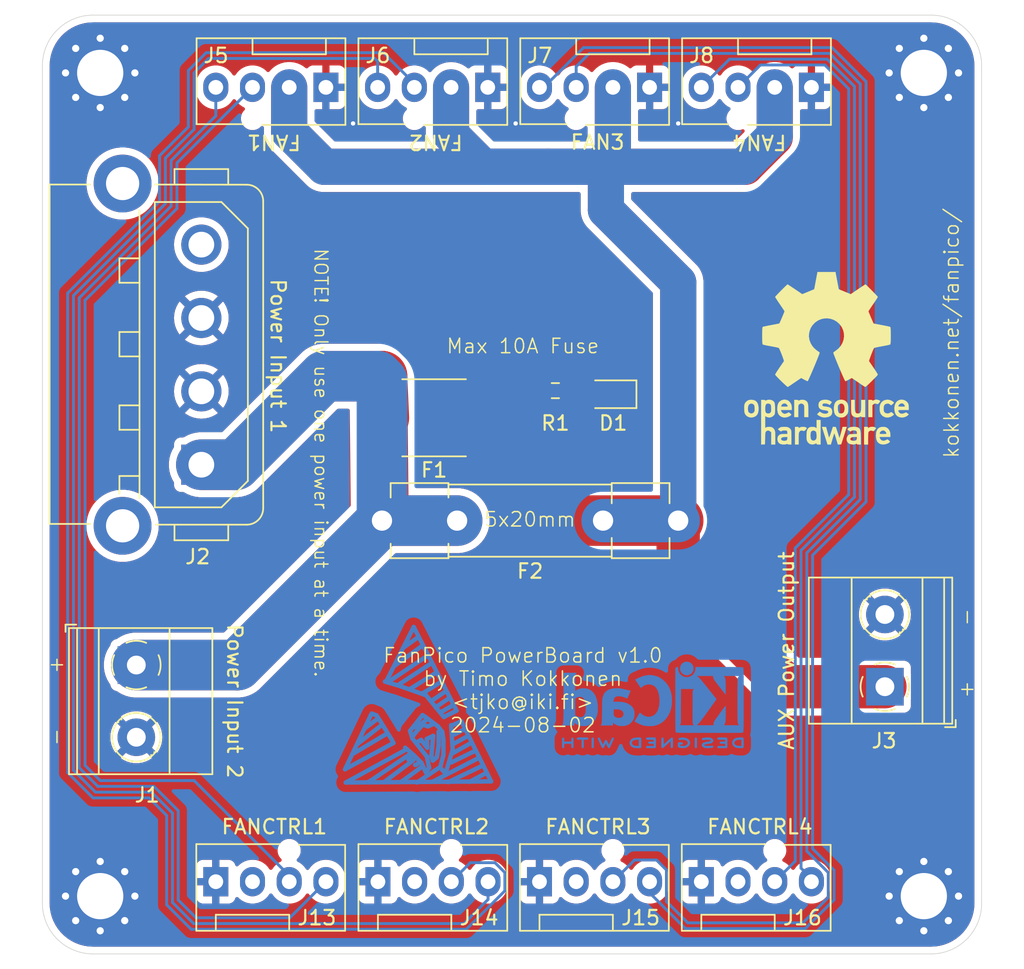
<source format=kicad_pcb>
(kicad_pcb (version 20240108) (generator "pcbnew") (generator_version "8.0")
  (layers (0 "F.Cu" signal) (31 "B.Cu" signal) (34 "B.Paste" user) (35 "F.Paste" user) (36 "B.SilkS" user "B.Silkscreen") (37 "F.SilkS" user "F.Silkscreen") (38 "B.Mask" user) (39 "F.Mask" user) (44 "Edge.Cuts" user))
  (net 0 "")
  (net 1 "GND")
  (net 2 "Net-(D1-A)")
  (net 3 "PWR")
  (net 4 "12V")
  (net 6 "PWM1")
  (net 7 "TACHO1")
  (net 8 "PWM2")
  (net 9 "TACHO2")
  (net 10 "TACHO3")
  (net 11 "PWM3")
  (net 12 "PWM4")
  (net 13 "TACHO4")
  (footprint "MountingHole:MountingHole_3.2mm_M3_Pad_Via" (layer "F.Cu") (at 111 69)
    (property "Reference" "H1")
    (property "Value" "MountingHole_Pad")
  )
  (footprint "MountingHole:MountingHole_3.2mm_M3_Pad_Via" (layer "F.Cu") (at 168 69)
    (property "Reference" "H2")
    (property "Value" "MountingHole_Pad")
  )
  (footprint "TerminalBlock_Phoenix:TerminalBlock_Phoenix_MKDS-1,5-2_1x02_P5.00mm_Horizontal" (layer "F.Cu") (at 113.5 110 -90)
    (property "Reference" "J1")
    (property "Value" "Power Input 2")
  )
  (footprint "Connector:FanPinHeader_1x04_P2.54mm_Vertical" (layer "F.Cu") (at 119 125)
    (property "Reference" "J13")
    (property "Value" "FANCTRL1")
  )
  (footprint "FanPico:TE_MATE-N-LOK_350211-1_1x04_P5.08mm_Vertical_and_RightAngle" (layer "F.Cu") (at 118 96.13 90)
    (property "Reference" "J2")
    (property "Value" "Power Input 1")
  )
  (footprint "Resistor_SMD:R_0603_1608Metric_Pad0.98x0.95mm_HandSolder" (layer "F.Cu") (at 142.5 91)
    (property "Reference" "R1")
    (property "Value" "49.9K")
  )
  (footprint "Connector:FanPinHeader_1x04_P2.54mm_Vertical" (layer "F.Cu") (at 149.02 70 180)
    (property "Reference" "J7")
    (property "Value" "FAN3")
  )
  (footprint "Connector:FanPinHeader_1x04_P2.54mm_Vertical" (layer "F.Cu") (at 141.4 125)
    (property "Reference" "J15")
    (property "Value" "FANCTRL3")
  )
  (footprint "Connector:FanPinHeader_1x04_P2.54mm_Vertical" (layer "F.Cu") (at 152.6 125)
    (property "Reference" "J16")
    (property "Value" "FANCTRL4")
  )
  (footprint "MountingHole:MountingHole_3.2mm_M3_Pad_Via" (layer "F.Cu") (at 111 126)
    (property "Reference" "H4")
    (property "Value" "MountingHole_Pad")
  )
  (footprint "TerminalBlock_Phoenix:TerminalBlock_Phoenix_MKDS-1,5-2_1x02_P5.00mm_Horizontal" (layer "F.Cu") (at 165.305 111.5 90)
    (property "Reference" "J3")
    (property "Value" "AUX Power Output")
  )
  (footprint "Connector:FanPinHeader_1x04_P2.54mm_Vertical" (layer "F.Cu") (at 130.22 125)
    (property "Reference" "J14")
    (property "Value" "FANCTRL2")
  )
  (footprint "Connector:FanPinHeader_1x04_P2.54mm_Vertical" (layer "F.Cu") (at 160.22 70 180)
    (property "Reference" "J8")
    (property "Value" "FAN4")
  )
  (footprint "Connector:FanPinHeader_1x04_P2.54mm_Vertical" (layer "F.Cu") (at 126.62 70 180)
    (property "Reference" "J5")
    (property "Value" "FAN1")
  )
  (footprint "Fuse:Fuse_2920_7451Metric_Pad2.10x5.45mm_HandSolder" (layer "F.Cu") (at 134.105 92.88)
    (property "Reference" "F1")
    (property "Value" "Polyfuse 10A")
  )
  (footprint "FanPico:Fuseholder_Clip-5x20mm_Littelfuse_445-030_Inline_P20.50x5.20mm_D1.30mm_Horizontal" (layer "F.Cu") (at 130.5 100)
    (property "Reference" "F2")
    (property "Value" "10A")
  )
  (footprint "Diode_SMD:D_0805_2012Metric_Pad1.15x1.40mm_HandSolder" (layer "F.Cu") (at 146.25 91.25 180)
    (property "Reference" "D1")
    (property "Value" "LED")
  )
  (footprint "Connector:FanPinHeader_1x04_P2.54mm_Vertical" (layer "F.Cu") (at 137.82 70 180)
    (property "Reference" "J6")
    (property "Value" "FAN2")
  )
  (footprint "Symbol:OSHW-Logo_11.4x12mm_SilkScreen" (layer "F.Cu") (at 161.25 88.75)
    (property "Reference" "REF**" (hide yes))
    (property "Value" "OSHW-Logo_11.4x12mm_SilkScreen" (hide yes))
  )
  (footprint "MountingHole:MountingHole_3.2mm_M3_Pad_Via" (layer "F.Cu") (at 168 126)
    (property "Reference" "H3")
    (property "Value" "MountingHole_Pad")
  )
  (footprint "Symbol:Symbol_ESD-Logo_CopperTop" (layer "B.Cu") (at 132.90475 114.7439 180)
    (property "Reference" "REF**")
    (property "Value" "Symbol_ESD-Logo_CopperTop")
  )
  (footprint "Symbol:KiCad-Logo2_5mm_Copper" (layer "B.Cu") (at 149.25 112.75 180)
    (property "Reference" "REF**" (hide yes))
    (property "Value" "KiCad-Logo2_5mm_Copper" (hide yes))
  )
  (gr_arc (start 107 68.5) (mid 108.025126 66.025126) (end 110.5 65) (stroke (width 0.05)) (layer "Edge.Cuts"))
  (gr_arc (start 110.5 130) (mid 108.025126 128.974874) (end 107 126.5) (stroke (width 0.05)) (layer "Edge.Cuts"))
  (gr_line (start 107 126.5) (end 107 68.5) (stroke (width 0.05)) (layer "Edge.Cuts"))
  (gr_line (start 168.5 130) (end 110.5 130) (stroke (width 0.05)) (layer "Edge.Cuts"))
  (gr_arc (start 168.5 65) (mid 170.974874 66.025126) (end 172 68.5) (stroke (width 0.05)) (layer "Edge.Cuts"))
  (gr_line (start 110.5 65) (end 168.5 65) (stroke (width 0.05)) (layer "Edge.Cuts"))
  (gr_arc (start 172 126.5) (mid 170.974874 128.974874) (end 168.5 130) (stroke (width 0.05)) (layer "Edge.Cuts"))
  (gr_line (start 172 68.5) (end 172 126.5) (stroke (width 0.05)) (layer "Edge.Cuts"))
  (gr_text "NOTE! Only use one power input at a time.\n" (at 125.75 96 270) (layer "F.SilkS") (effects (font (size 0.9 0.9) (thickness 0.1)) (justify bottom)))
  (gr_text "Max 10A Fuse" (at 140.25 88.5 0) (layer "F.SilkS") (effects (font (size 1 1) (thickness 0.1)) (justify bottom)))
  (gr_text "FanPico PowerBoard v1.0\nby Timo Kokkonen\n<tjko@iki.fi>\n2024-08-02\n" (at 140.25 114.75 0) (layer "F.SilkS") (effects (font (size 1 1) (thickness 0.1)) (justify bottom)))
  (gr_text "-" (at 170.5 106 270) (layer "F.SilkS") (effects (font (size 1 1) (thickness 0.1)) (justify left bottom)))
  (gr_text "kokkonen.net/fanpico/" (at 170.5 95.75 90) (layer "F.SilkS") (effects (font (size 1 1) (thickness 0.1)) (justify left bottom)))
  (gr_text "+" (at 170.5 111 270) (layer "F.SilkS") (effects (font (size 1 1) (thickness 0.1)) (justify left bottom)))
  (gr_text "5x20mm" (at 137.5 100.5 0) (layer "F.SilkS") (effects (font (size 1 1) (thickness 0.1)) (justify left bottom)))
  (gr_text "+" (at 107.5 109.3 -90) (layer "F.SilkS") (effects (font (size 1 1) (thickness 0.1)) (justify left bottom)))
  (gr_text "-" (at 107.5 114.3 -90) (layer "F.SilkS") (effects (font (size 1 1) (thickness 0.1)) (justify left bottom)))
  (via (at 139.75 72.5) (size 0.6) (drill 0.3) (layers "F.Cu" "B.Cu") (net 1))
  (via (at 151 72.5) (size 0.6) (drill 0.3) (layers "F.Cu" "B.Cu") (net 1))
  (via (at 128.5 72.5) (size 0.6) (drill 0.3) (layers "F.Cu" "B.Cu") (net 1))
  (segment (start 144.975 91) (end 145.225 91.25) (width 0.2) (layer "F.Cu") (net 2))
  (segment (start 143.4125 91) (end 144.975 91) (width 0.2) (layer "F.Cu") (net 2))
  (segment (start 142 75.5) (end 144.5 75.5) (width 2.5) (layer "F.Cu") (net 3))
  (segment (start 146 75.5) (end 146 78.5) (width 2.5) (layer "F.Cu") (net 3))
  (segment (start 141.5875 91) (end 139.46 91) (width 0.2) (layer "F.Cu") (net 3))
  (segment (start 146 78.5) (end 151 83.5) (width 2.5) (layer "F.Cu") (net 3))
  (segment (start 126.5 75.5) (end 137.5 75.5) (width 2.5) (layer "F.Cu") (net 3))
  (segment (start 146 75.5) (end 155.65 75.5) (width 2.5) (layer "F.Cu") (net 3))
  (segment (start 143 100) (end 137.58 94.58) (width 3.5) (layer "F.Cu") (net 3))
  (segment (start 151 104) (end 151 100) (width 3) (layer "F.Cu") (net 3))
  (segment (start 151 100) (end 143 100) (width 3.5) (layer "F.Cu") (net 3))
  (segment (start 135.28 73.28) (end 137.5 75.5) (width 2.5) (layer "F.Cu") (net 3))
  (segment (start 146.48 75.02) (end 146 75.5) (width 2.5) (layer "F.Cu") (net 3))
  (segment (start 124.08 70) (end 124.08 73.08) (width 2.5) (layer "F.Cu") (net 3))
  (segment (start 144.5 75.5) (end 146 75.5) (width 2.5) (layer "F.Cu") (net 3))
  (segment (start 139.46 91) (end 137.58 92.88) (width 0.2) (layer "F.Cu") (net 3))
  (segment (start 137.58 94.58) (end 137.6 90.1) (width 3.5) (layer "F.Cu") (net 3))
  (segment (start 155.65 75.5) (end 157.68 73.47) (width 2.5) (layer "F.Cu") (net 3))
  (segment (start 137.5 75.5) (end 142 75.5) (width 2.5) (layer "F.Cu") (net 3))
  (segment (start 135.28 70) (end 135.28 73.28) (width 2.5) (layer "F.Cu") (net 3))
  (segment (start 146.48 70) (end 146.48 75.02) (width 2.5) (layer "F.Cu") (net 3))
  (segment (start 124.08 73.08) (end 126.5 75.5) (width 2.5) (layer "F.Cu") (net 3))
  (segment (start 158.5 111.5) (end 151 104) (width 3) (layer "F.Cu") (net 3))
  (segment (start 151 83.5) (end 151 100) (width 2.5) (layer "F.Cu") (net 3))
  (segment (start 165.305 111.5) (end 158.5 111.5) (width 3) (layer "F.Cu") (net 3))
  (segment (start 157.68 73.47) (end 157.68 70) (width 2.5) (layer "F.Cu") (net 3))
  (segment (start 137.5 75.5) (end 145.5 75.5) (width 2.5) (layer "B.Cu") (net 3))
  (segment (start 135.28 70) (end 135.28 73.28) (width 2.5) (layer "B.Cu") (net 3))
  (segment (start 155.5 75.5) (end 126.5 75.5) (width 2.5) (layer "B.Cu") (net 3))
  (segment (start 146 76) (end 145.5 75.5) (width 2.5) (layer "B.Cu") (net 3))
  (segment (start 151 100) (end 145.8 100) (width 3) (layer "B.Cu") (net 3))
  (segment (start 146 78.5) (end 146 76) (width 2.5) (layer "B.Cu") (net 3))
  (segment (start 126.5 75.5) (end 124.08 73.08) (width 2.5) (layer "B.Cu") (net 3))
  (segment (start 157.68 73.32) (end 155.5 75.5) (width 2.5) (layer "B.Cu") (net 3))
  (segment (start 145.5 75.5) (end 146.48 74.52) (width 2.5) (layer "B.Cu") (net 3))
  (segment (start 146.48 74.52) (end 146.48 70) (width 2.5) (layer "B.Cu") (net 3))
  (segment (start 124.08 73.08) (end 124.08 70) (width 2.5) (layer "B.Cu") (net 3))
  (segment (start 151 100) (end 151 83.5) (width 2.5) (layer "B.Cu") (net 3))
  (segment (start 157.68 70) (end 157.68 73.32) (width 2.5) (layer "B.Cu") (net 3))
  (segment (start 151 83.5) (end 146 78.5) (width 2.5) (layer "B.Cu") (net 3))
  (segment (start 135.28 73.28) (end 137.5 75.5) (width 2.5) (layer "B.Cu") (net 3))
  (segment (start 130.5 90) (end 126.5 90) (width 3.5) (layer "F.Cu") (net 4))
  (segment (start 130.5 90) (end 130.63 92.88) (width 3.5) (layer "F.Cu") (net 4))
  (segment (start 130.5 100) (end 130.6 99.9) (width 3.5) (layer "F.Cu") (net 4))
  (segment (start 126.5 90) (end 120.37 96.13) (width 3.5) (layer "F.Cu") (net 4))
  (segment (start 120.5 110) (end 113.5 110) (width 3.5) (layer "F.Cu") (net 4))
  (segment (start 130.6 99.9) (end 130.5 90) (width 3.5) (layer "F.Cu") (net 4))
  (segment (start 120.37 96.13) (end 118 96.13) (width 3.5) (layer "F.Cu") (net 4))
  (segment (start 130.5 100) (end 120.5 110) (width 3.5) (layer "F.Cu") (net 4))
  (segment (start 135.7 100) (end 130.5 100) (width 3.5) (layer "F.Cu") (net 4))
  (segment (start 130.5 100) (end 135.7 100) (width 3.5) (layer "B.Cu") (net 4))
  (segment (start 130.5 100) (end 130.5 90.32) (width 3.5) (layer "B.Cu") (net 4))
  (segment (start 130.5 90.32) (end 130.18 90) (width 3.5) (layer "B.Cu") (net 4))
  (segment (start 120.5 110) (end 113.5 110) (width 3.5) (layer "B.Cu") (net 4))
  (segment (start 120.37 96.13) (end 118 96.13) (width 3.5) (layer "B.Cu") (net 4))
  (segment (start 126.5 90) (end 120.37 96.13) (width 3.5) (layer "B.Cu") (net 4))
  (segment (start 130.5 100) (end 120.5 110) (width 3.5) (layer "B.Cu") (net 4))
  (segment (start 130.18 90) (end 126.5 90) (width 3.5) (layer "B.Cu") (net 4))
  (segment (start 116.4 120.084314) (end 114.715686 118.4) (width 0.2) (layer "B.Cu") (net 6))
  (segment (start 114.715686 118.4) (end 110.834314 118.4) (width 0.2) (layer "B.Cu") (net 6))
  (segment (start 109.55 117.115686) (end 109.55 84.581372) (width 0.2) (layer "B.Cu") (net 6))
  (segment (start 109.55 84.581372) (end 115.91 78.221372) (width 0.2) (layer "B.Cu") (net 6))
  (segment (start 110.834314 118.4) (end 109.55 117.115686) (width 0.2) (layer "B.Cu") (net 6))
  (segment (start 126.62 125) (end 124.12 127.5) (width 0.2) (layer "B.Cu") (net 6))
  (segment (start 116.4 126.268628) (end 116.4 120.084314) (width 0.2) (layer "B.Cu") (net 6))
  (segment (start 115.91 78.221372) (end 115.91 75.064314) (width 0.2) (layer "B.Cu") (net 6))
  (segment (start 119 71.974314) (end 119 70) (width 0.2) (layer "B.Cu") (net 6))
  (segment (start 124.12 127.5) (end 117.631372 127.5) (width 0.2) (layer "B.Cu") (net 6))
  (segment (start 117.631372 127.5) (end 116.4 126.268628) (width 0.2) (layer "B.Cu") (net 6))
  (segment (start 115.91 75.064314) (end 119 71.974314) (width 0.2) (layer "B.Cu") (net 6))
  (segment (start 109.95 84.747058) (end 109.95 116.95) (width 0.2) (layer "B.Cu") (net 7))
  (segment (start 116.31 78.387058) (end 109.95 84.747058) (width 0.2) (layer "B.Cu") (net 7))
  (segment (start 116.31 75.23) (end 116.31 78.387058) (width 0.2) (layer "B.Cu") (net 7))
  (segment (start 117.5 118) (end 124.08 124.58) (width 0.2) (layer "B.Cu") (net 7))
  (segment (start 124.08 124.58) (end 124.08 125) (width 0.2) (layer "B.Cu") (net 7))
  (segment (start 109.95 116.95) (end 111 118) (width 0.2) (layer "B.Cu") (net 7))
  (segment (start 111 118) (end 117.5 118) (width 0.2) (layer "B.Cu") (net 7))
  (segment (start 121.54 70) (end 116.31 75.23) (width 0.2) (layer "B.Cu") (net 7))
  (segment (start 137.84 126.231873) (end 137.84 125) (width 0.2) (layer "B.Cu") (net 8))
  (segment (start 117.465686 127.9) (end 136.171873 127.9) (width 0.2) (layer "B.Cu") (net 8))
  (segment (start 116 126.434314) (end 117.465686 127.9) (width 0.2) (layer "B.Cu") (net 8))
  (segment (start 117.5 72.908628) (end 115.51 74.898628) (width 0.2) (layer "B.Cu") (net 8))
  (segment (start 130.2 70) (end 130.2 68.2) (width 0.2) (layer "B.Cu") (net 8))
  (segment (start 130.2 68.2) (end 130 68) (width 0.2) (layer "B.Cu") (net 8))
  (segment (start 109.15 117.281372) (end 110.668628 118.8) (width 0.2) (layer "B.Cu") (net 8))
  (segment (start 115.51 78.055686) (end 109.15 84.415686) (width 0.2) (layer "B.Cu") (net 8))
  (segment (start 118.5 68) (end 117.5 69) (width 0.2) (layer "B.Cu") (net 8))
  (segment (start 115.51 74.898628) (end 115.51 78.055686) (width 0.2) (layer "B.Cu") (net 8))
  (segment (start 114.55 118.8) (end 116 120.25) (width 0.2) (layer "B.Cu") (net 8))
  (segment (start 110.668628 118.8) (end 114.55 118.8) (width 0.2) (layer "B.Cu") (net 8))
  (segment (start 136.171873 127.9) (end 137.84 126.231873) (width 0.2) (layer "B.Cu") (net 8))
  (segment (start 117.5 69) (end 117.5 72.908628) (width 0.2) (layer "B.Cu") (net 8))
  (segment (start 109.15 84.415686) (end 109.15 117.281372) (width 0.2) (layer "B.Cu") (net 8))
  (segment (start 116 120.25) (end 116 126.434314) (width 0.2) (layer "B.Cu") (net 8))
  (segment (start 130 68) (end 118.5 68) (width 0.2) (layer "B.Cu") (net 8))
  (segment (start 132.74 70) (end 132.74 69.74) (width 0.2) (layer "B.Cu") (net 9))
  (segment (start 132.74 69.74) (end 130.6 67.6) (width 0.2) (layer "B.Cu") (net 9))
  (segment (start 136.337559 128.3) (end 139.005 125.632559) (width 0.2) (layer "B.Cu") (net 9))
  (segment (start 110.502942 119.2) (end 114.384314 119.2) (width 0.2) (layer "B.Cu") (net 9))
  (segment (start 108.75 84.25) (end 108.75 117.447058) (width 0.2) (layer "B.Cu") (net 9))
  (segment (start 114.384314 119.2) (end 115.6 120.415686) (width 0.2) (layer "B.Cu") (net 9))
  (segment (start 115.11 77.89) (end 108.75 84.25) (width 0.2) (layer "B.Cu") (net 9))
  (segment (start 138.322559 123.685) (end 136.615 123.685) (width 0.2) (layer "B.Cu") (net 9))
  (segment (start 130.6 67.6) (end 118.334314 67.6) (width 0.2) (layer "B.Cu") (net 9))
  (segment (start 139.005 124.367441) (end 138.322559 123.685) (width 0.2) (layer "B.Cu") (net 9))
  (segment (start 117.1 72.742942) (end 115.11 74.732942) (width 0.2) (layer "B.Cu") (net 9))
  (segment (start 139.005 125.632559) (end 139.005 124.367441) (width 0.2) (layer "B.Cu") (net 9))
  (segment (start 136.615 123.685) (end 135.3 125) (width 0.2) (layer "B.Cu") (net 9))
  (segment (start 115.11 74.732942) (end 115.11 77.89) (width 0.2) (layer "B.Cu") (net 9))
  (segment (start 108.75 117.447058) (end 110.502942 119.2) (width 0.2) (layer "B.Cu") (net 9))
  (segment (start 115.6 120.415686) (end 115.6 126.6) (width 0.2) (layer "B.Cu") (net 9))
  (segment (start 117.1 68.834314) (end 117.1 72.742942) (width 0.2) (layer "B.Cu") (net 9))
  (segment (start 117.3 128.3) (end 136.337559 128.3) (width 0.2) (layer "B.Cu") (net 9))
  (segment (start 115.6 126.6) (end 117.3 128.3) (width 0.2) (layer "B.Cu") (net 9))
  (segment (start 118.334314 67.6) (end 117.1 68.834314) (width 0.2) (layer "B.Cu") (net 9))
  (segment (start 150.185 124.185) (end 149.5 123.5) (width 0.2) (layer "B.Cu") (net 10))
  (segment (start 143.94 70) (end 143.94 68.56) (width 0.2) (layer "B.Cu") (net 10))
  (segment (start 151.665686 127.85) (end 150.185 126.369314) (width 0.2) (layer "B.Cu") (net 10))
  (segment (start 161.385 124.367441) (end 161.385 126.090937) (width 0.2) (layer "B.Cu") (net 10))
  (segment (start 147.98 123.5) (end 146.48 125) (width 0.2) (layer "B.Cu") (net 10))
  (segment (start 143.94 68.56) (end 144.85 67.65) (width 0.2) (layer "B.Cu") (net 10))
  (segment (start 150.185 126.369314) (end 150.185 124.185) (width 0.2) (layer "B.Cu") (net 10))
  (segment (start 149.5 123.5) (end 147.98 123.5) (width 0.2) (layer "B.Cu") (net 10))
  (segment (start 163.6 98.531372) (end 159.9 102.231372) (width 0.2) (layer "B.Cu") (net 10))
  (segment (start 144.85 67.65) (end 161.481372 67.65) (width 0.2) (layer "B.Cu") (net 10))
  (segment (start 159.625937 127.85) (end 151.665686 127.85) (width 0.2) (layer "B.Cu") (net 10))
  (segment (start 163.6 69.768628) (end 163.6 98.531372) (width 0.2) (layer "B.Cu") (net 10))
  (segment (start 161.385 126.090937) (end 159.625937 127.85) (width 0.2) (layer "B.Cu") (net 10))
  (segment (start 161.481372 67.65) (end 163.6 69.768628) (width 0.2) (layer "B.Cu") (net 10))
  (segment (start 159.9 122.882441) (end 161.385 124.367441) (width 0.2) (layer "B.Cu") (net 10))
  (segment (start 159.9 102.231372) (end 159.9 122.882441) (width 0.2) (layer "B.Cu") (net 10))
  (segment (start 141.4 70) (end 141.7 70) (width 0.2) (layer "B.Cu") (net 11))
  (segment (start 141.7 70) (end 144.45 67.25) (width 0.2) (layer "B.Cu") (net 11))
  (segment (start 144.45 67.25) (end 161.647058 67.25) (width 0.2) (layer "B.Cu") (net 11))
  (segment (start 161.881372 67.484315) (end 164 69.602942) (width 0.2) (layer "B.Cu") (net 11))
  (segment (start 149.02 125.77) (end 149.02 125) (width 0.2) (layer "B.Cu") (net 11))
  (segment (start 159.791623 128.25) (end 151.5 128.25) (width 0.2) (layer "B.Cu") (net 11))
  (segment (start 164 98.697058) (end 160.3 102.397058) (width 0.2) (layer "B.Cu") (net 11))
  (segment (start 161.647058 67.25) (end 161.881372 67.484315) (width 0.2) (layer "B.Cu") (net 11))
  (segment (start 164 69.602942) (end 164 98.697058) (width 0.2) (layer "B.Cu") (net 11))
  (segment (start 149.02 125) (end 149.02 124.414314) (width 0.2) (layer "B.Cu") (net 11))
  (segment (start 160.3 122.716755) (end 161.785 124.201755) (width 0.2) (layer "B.Cu") (net 11))
  (segment (start 160.3 102.397058) (end 160.3 122.716755) (width 0.2) (layer "B.Cu") (net 11))
  (segment (start 161.785 126.256623) (end 159.791623 128.25) (width 0.2) (layer "B.Cu") (net 11))
  (segment (start 161.785 124.201755) (end 161.785 126.256623) (width 0.2) (layer "B.Cu") (net 11))
  (segment (start 151.5 128.25) (end 149.02 125.77) (width 0.2) (layer "B.Cu") (net 11))
  (segment (start 159.5 102.065686) (end 159.5 124.06) (width 0.2) (layer "B.Cu") (net 12))
  (segment (start 161.315686 68.05) (end 161.55 68.284315) (width 0.2) (layer "B.Cu") (net 12))
  (segment (start 163.2 69.934315) (end 163.2 98.365686) (width 0.2) (layer "B.Cu") (net 12))
  (segment (start 154.55 68.05) (end 161.315686 68.05) (width 0.2) (layer "B.Cu") (net 12))
  (segment (start 152.6 70) (end 154.55 68.05) (width 0.2) (layer "B.Cu") (net 12))
  (segment (start 159.5 124.06) (end 160.22 124.78) (width 0.2) (layer "B.Cu") (net 12))
  (segment (start 161.55 68.284315) (end 163.2 69.934315) (width 0.2) (layer "B.Cu") (net 12))
  (segment (start 160.22 124.78) (end 160.22 125) (width 0.2) (layer "B.Cu") (net 12))
  (segment (start 163.2 98.365686) (end 159.5 102.065686) (width 0.2) (layer "B.Cu") (net 12))
  (segment (start 159.1 101.9) (end 159.1 123.58) (width 0.2) (layer "B.Cu") (net 13))
  (segment (start 156.69 68.45) (end 161.15 68.45) (width 0.2) (layer "B.Cu") (net 13))
  (segment (start 155.14 70) (end 156.69 68.45) (width 0.2) (layer "B.Cu") (net 13))
  (segment (start 162.8 70.1) (end 162.8 98.2) (width 0.2) (layer "B.Cu") (net 13))
  (segment (start 161.15 68.45) (end 162.8 70.1) (width 0.2) (layer "B.Cu") (net 13))
  (segment (start 159.1 123.58) (end 157.68 125) (width 0.2) (layer "B.Cu") (net 13))
  (segment (start 162.8 98.2) (end 159.1 101.9) (width 0.2) (layer "B.Cu") (net 13))
  (zone (net 1) (net_name "GND") (layers "F&B.Cu") (connect_pads (clearance 0.5)) (min_thickness 0.25) (fill yes (thermal_gap 0.5) (thermal_bridge_width 0.5))
    (polygon (pts (xy 107 65) (xy 172 65) (xy 172 130) (xy 107 130)))
  )
)
</source>
